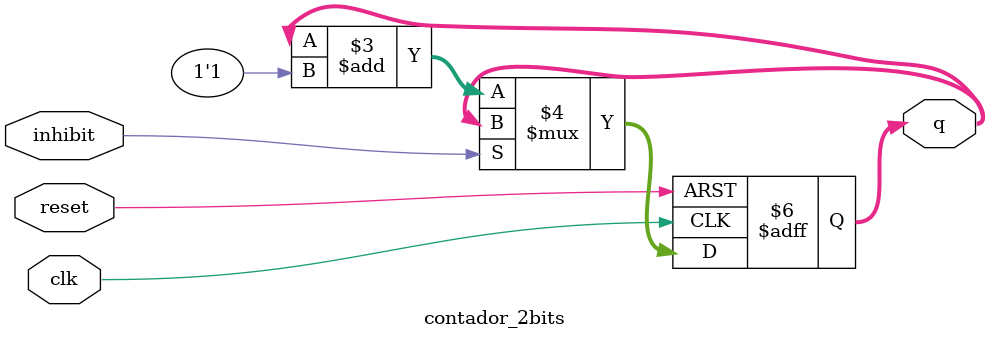
<source format=sv>
module contador_2bits (
    input wire clk,       // Señal de reloj
    input wire reset,     // Señal de reset
    input wire inhibit,   // Inhibe el conteo
    output reg [1:0] q    // Salida de 2 bits
);

    always @(posedge clk or posedge reset) begin
        if (reset)
            q <= 2'b00;  // Reinicia el contador
        else if (!inhibit)
            q <= q + 1'b1;  // Incrementa si no está inhibido
    end
endmodule

</source>
